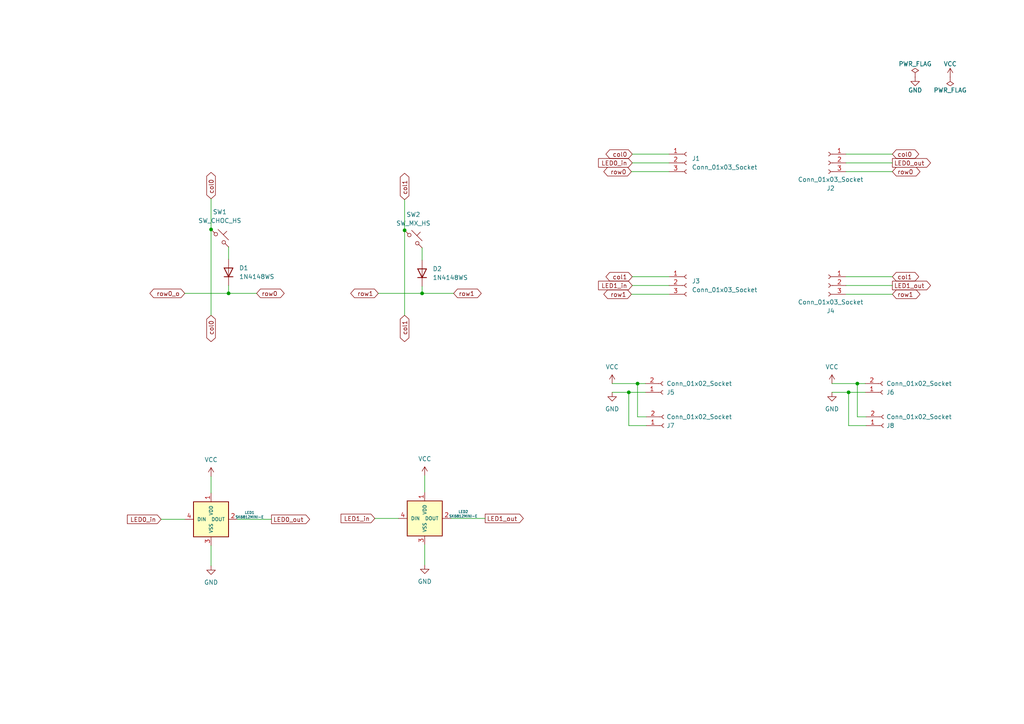
<source format=kicad_sch>
(kicad_sch (version 20231120) (generator "eeschema") (generator_version "8.0")
  (paper "A4")
  (lib_symbols
    (symbol "Connector:Conn_01x02_Socket" (pin_names (offset 1.016) hide)
      (property "Reference" "J" (at 0 2.54 0))
      (property "Value" "Conn_01x02_Socket" (at 0 -5.08 0))
      (symbol "Conn_01x02_Socket_1_1"
        (arc (start 0 -2.032) (mid -0.5058 -2.54) (end 0 -3.048) (stroke (width 0.1524)))
        (polyline (pts (xy -1.27 -2.54) (xy -0.508 -2.54)) (stroke (width 0.1524)))
        (polyline (pts (xy -1.27 0) (xy -0.508 0)) (stroke (width 0.1524)))
        (arc (start 0 0.508) (mid -0.5058 0) (end 0 -0.508) (stroke (width 0.1524)))
        (pin passive line (at -5.08 0 0) (length 3.81) (name "Pin_1") (number "1"))
        (pin passive line (at -5.08 -2.54 0) (length 3.81) (name "Pin_2") (number "2"))
      )
    )
    (symbol "Connector:Conn_01x03_Socket" (pin_names (offset 1.016) hide)
      (property "Reference" "J" (at 0 5.08 0))
      (property "Value" "Conn_01x03_Socket" (at 0 -5.08 0))
      (symbol "Conn_01x03_Socket_1_1"
        (arc (start 0 -2.032) (mid -0.5058 -2.54) (end 0 -3.048) (stroke (width 0.1524)))
        (polyline (pts (xy -1.27 -2.54) (xy -0.508 -2.54)) (stroke (width 0.1524)))
        (polyline (pts (xy -1.27 0) (xy -0.508 0)) (stroke (width 0.1524)))
        (polyline (pts (xy -1.27 2.54) (xy -0.508 2.54)) (stroke (width 0.1524)))
        (arc (start 0 0.508) (mid -0.5058 0) (end 0 -0.508) (stroke (width 0.1524)))
        (arc (start 0 3.048) (mid -0.5058 2.54) (end 0 2.032) (stroke (width 0.1524)))
        (pin passive line (at -5.08 2.54 0) (length 3.81) (name "Pin_1") (number "1"))
        (pin passive line (at -5.08 0 0) (length 3.81) (name "Pin_2") (number "2"))
        (pin passive line (at -5.08 -2.54 0) (length 3.81) (name "Pin_3") (number "3"))
      )
    )
    (symbol "Diode:1N4148WS" (pin_numbers hide) (pin_names hide)
      (property "Reference" "D" (at 0 2.54 0))
      (property "Value" "1N4148WS" (at 0 -2.54 0))
      (symbol "1N4148WS_0_1"
        (polyline (pts (xy -1.27 1.27) (xy -1.27 -1.27)) (stroke (width 0.254)))
        (polyline (pts (xy 1.27 0) (xy -1.27 0)))
        (polyline (pts (xy 1.27 1.27) (xy 1.27 -1.27) (xy -1.27 0) (xy 1.27 1.27)) (stroke (width 0.254)))
      )
      (symbol "1N4148WS_1_1"
        (pin passive line (at -3.81 0 0) (length 2.54) (name "K") (number "1"))
        (pin passive line (at 3.81 0 180) (length 2.54) (name "A") (number "2"))
      )
    )
    (symbol "TB2086_KEYSWITCH:SW_CHOC_HS" (pin_numbers hide) (pin_names (offset 1.016) hide)
      (property "Reference" "SW" (at -6.6802 6.1722 0))
      (property "Value" "SW_CHOC_HS" (at -0.381 4.191 0))
      (symbol "SW_CHOC_HS_0_1"
        (circle (center -1.1684 1.1684) (radius 0.508))
        (polyline (pts (xy -0.508 2.54) (xy 2.54 -0.508)))
        (polyline (pts (xy 1.016 1.016) (xy 2.032 2.032)))
        (polyline (pts (xy -2.54 2.54) (xy -1.524 1.524) (xy -1.524 1.524)))
        (polyline (pts (xy 1.524 -1.524) (xy 2.54 -2.54) (xy 2.54 -2.54) (xy 2.54 -2.54)))
        (circle (center 1.143 -1.1938) (radius 0.508))
        (pin passive line (at -2.54 2.54 0) (length 0) (name "1") (number "1"))
        (pin passive line (at 2.54 -2.54 180) (length 0) (name "2") (number "2"))
      )
    )
    (symbol "TB2086_KEYSWITCH:SW_MX_HS" (pin_numbers hide) (pin_names (offset 1.016) hide)
      (property "Reference" "MX" (at 3.048 1.016 0))
      (property "Value" "SW_MX_HS" (at 0 -3.81 0))
      (symbol "SW_MX_HS_0_1"
        (circle (center -1.1684 1.1684) (radius 0.508))
        (polyline (pts (xy -0.508 2.54) (xy 2.54 -0.508)))
        (polyline (pts (xy 1.016 1.016) (xy 2.032 2.032)))
        (polyline (pts (xy -2.54 2.54) (xy -1.524 1.524) (xy -1.524 1.524)))
        (polyline (pts (xy 1.524 -1.524) (xy 2.54 -2.54) (xy 2.54 -2.54) (xy 2.54 -2.54)))
        (circle (center 1.143 -1.1938) (radius 0.508))
        (pin passive line (at -2.54 2.54 0) (length 0) (name "1") (number "1"))
        (pin passive line (at 2.54 -2.54 180) (length 0) (name "2") (number "2"))
      )
    )
    (symbol "TB2086_LED:SK6812MINI-E" (pin_names (offset 1.016))
      (property "Reference" "LED" (at 2.54 -7.62 0))
      (property "Value" "SK6812MINI-E" (at 6.35 -6.35 0))
      (symbol "SK6812MINI-E_0_1"
        (rectangle (start -5.08 5.08) (end 5.08 -5.08) (stroke (width 0.254)) (fill (type background)))
      )
      (symbol "SK6812MINI-E_1_1"
        (pin power_in line (at 0 7.62 270) (length 2.54) (name "VDD") (number "1"))
        (pin output line (at 7.62 0 180) (length 2.54) (name "DOUT") (number "2"))
        (pin power_in line (at 0 -7.62 90) (length 2.54) (name "VSS") (number "3"))
        (pin input line (at -7.62 0 0) (length 2.54) (name "DIN") (number "4"))
      )
    )
    (symbol "power:GND" (power) (pin_names (offset 0))
      (property "Value" "GND" (at 0 -3.81 0))
      (symbol "GND_0_1"
        (polyline (pts (xy 0 0) (xy 0 -1.27) (xy 1.27 -1.27) (xy 0 -2.54) (xy -1.27 -1.27) (xy 0 -1.27)))
      )
      (symbol "GND_1_1"
        (pin power_in line (at 0 0 270) (length 0) hide (name "GND") (number "1"))
      )
    )
    (symbol "power:PWR_FLAG" (power) (pin_numbers hide) (pin_names (offset 0) hide)
      (property "Value" "PWR_FLAG" (at 0 3.81 0))
      (symbol "PWR_FLAG_0_0"
        (pin power_out line (at 0 0 90) (length 0) (name "pwr") (number "1"))
      )
      (symbol "PWR_FLAG_0_1"
        (polyline (pts (xy 0 0) (xy 0 1.27) (xy -1.016 1.905) (xy 0 2.54) (xy 1.016 1.905) (xy 0 1.27)))
      )
    )
    (symbol "power:VCC" (power) (pin_names (offset 0))
      (property "Value" "VCC" (at 0 3.81 0))
      (symbol "VCC_0_1"
        (polyline (pts (xy -0.762 1.27) (xy 0 2.54)))
        (polyline (pts (xy 0 0) (xy 0 2.54)))
        (polyline (pts (xy 0 2.54) (xy 0.762 1.27)))
      )
      (symbol "VCC_1_1"
        (pin power_in line (at 0 0 90) (length 0) hide (name "VCC") (number "1"))
      )
    )
  )
  (junction (at 122.428 85.09))
  (junction (at 248.666 111.252))
  (junction (at 182.372 113.792))
  (junction (at 117.348 66.802))
  (junction (at 246.126 113.792))
  (junction (at 66.294 85.09))
  (junction (at 61.214 66.548))
  (junction (at 184.912 111.252))
  (wire (pts (xy 109.728 85.09) (xy 122.428 85.09)))
  (wire (pts (xy 241.3 113.792) (xy 246.126 113.792)))
  (wire (pts (xy 245.364 80.264) (xy 258.826 80.264)))
  (wire (pts (xy 122.428 85.09) (xy 131.572 85.09)))
  (wire (pts (xy 248.666 120.904) (xy 248.666 111.252)))
  (wire (pts (xy 123.19 137.922) (xy 123.19 142.748)))
  (wire (pts (xy 241.3 111.252) (xy 248.666 111.252)))
  (wire (pts (xy 184.912 120.904) (xy 184.912 111.252)))
  (wire (pts (xy 177.546 113.792) (xy 182.372 113.792)))
  (wire (pts (xy 184.912 111.252) (xy 187.198 111.252)))
  (wire (pts (xy 117.348 57.912) (xy 117.348 66.802)))
  (wire (pts (xy 46.736 150.622) (xy 53.594 150.622)))
  (wire (pts (xy 122.428 83.058) (xy 122.428 85.09)))
  (wire (pts (xy 182.372 123.444) (xy 182.372 113.792)))
  (wire (pts (xy 66.294 82.804) (xy 66.294 85.09)))
  (wire (pts (xy 245.364 47.244) (xy 258.826 47.244)))
  (wire (pts (xy 123.19 157.988) (xy 123.19 163.83)))
  (wire (pts (xy 117.348 66.802) (xy 117.348 91.44)))
  (wire (pts (xy 122.428 71.882) (xy 122.428 75.438)))
  (wire (pts (xy 66.294 85.09) (xy 74.422 85.09)))
  (wire (pts (xy 187.452 120.904) (xy 184.912 120.904)))
  (wire (pts (xy 245.364 49.784) (xy 258.826 49.784)))
  (wire (pts (xy 183.388 47.244) (xy 194.056 47.244)))
  (wire (pts (xy 245.364 82.804) (xy 258.826 82.804)))
  (wire (pts (xy 66.294 71.628) (xy 66.294 75.184)))
  (wire (pts (xy 187.452 123.444) (xy 182.372 123.444)))
  (wire (pts (xy 183.388 80.264) (xy 194.056 80.264)))
  (wire (pts (xy 61.214 66.548) (xy 61.214 91.44)))
  (wire (pts (xy 61.214 158.242) (xy 61.214 164.084)))
  (wire (pts (xy 246.126 123.444) (xy 246.126 113.792)))
  (wire (pts (xy 183.134 85.344) (xy 194.056 85.344)))
  (wire (pts (xy 245.364 85.344) (xy 258.826 85.344)))
  (wire (pts (xy 182.372 113.792) (xy 187.198 113.792)))
  (wire (pts (xy 245.364 44.704) (xy 258.826 44.704)))
  (wire (pts (xy 183.388 82.804) (xy 194.056 82.804)))
  (wire (pts (xy 183.388 44.704) (xy 194.056 44.704)))
  (wire (pts (xy 108.712 150.368) (xy 115.57 150.368)))
  (wire (pts (xy 61.214 57.658) (xy 61.214 66.548)))
  (wire (pts (xy 251.206 123.444) (xy 246.126 123.444)))
  (wire (pts (xy 53.594 85.09) (xy 66.294 85.09)))
  (wire (pts (xy 251.206 120.904) (xy 248.666 120.904)))
  (wire (pts (xy 177.546 111.252) (xy 184.912 111.252)))
  (wire (pts (xy 246.126 113.792) (xy 250.952 113.792)))
  (wire (pts (xy 130.81 150.368) (xy 140.716 150.368)))
  (wire (pts (xy 68.834 150.622) (xy 78.74 150.622)))
  (wire (pts (xy 61.214 138.176) (xy 61.214 143.002)))
  (wire (pts (xy 248.666 111.252) (xy 250.952 111.252)))
  (wire (pts (xy 183.134 49.784) (xy 194.056 49.784)))
  (global_label "col1" (shape bidirectional) (at 117.348 57.912 90) (property "Intersheetrefs" "${INTERSHEET_REFS}" (effects (hide yes))))
  (global_label "col0" (shape bidirectional) (at 61.214 57.658 90) (property "Intersheetrefs" "${INTERSHEET_REFS}" (effects (hide yes))))
  (global_label "col0" (shape bidirectional) (at 258.826 44.704 0) (property "Intersheetrefs" "${INTERSHEET_REFS}" (effects (hide yes))))
  (global_label "col1" (shape bidirectional) (at 183.388 80.264 180) (property "Intersheetrefs" "${INTERSHEET_REFS}" (effects (hide yes))))
  (global_label "row0" (shape bidirectional) (at 74.422 85.09 0) (property "Intersheetrefs" "${INTERSHEET_REFS}" (effects (hide yes))))
  (global_label "LED1_out" (shape output) (at 258.826 82.804 0) (property "Intersheetrefs" "${INTERSHEET_REFS}" (effects (hide yes))))
  (global_label "col0" (shape bidirectional) (at 183.388 44.704 180) (property "Intersheetrefs" "${INTERSHEET_REFS}" (effects (hide yes))))
  (global_label "col1" (shape bidirectional) (at 258.826 80.264 0) (property "Intersheetrefs" "${INTERSHEET_REFS}" (effects (hide yes))))
  (global_label "col1" (shape bidirectional) (at 117.348 91.44 270) (property "Intersheetrefs" "${INTERSHEET_REFS}" (effects (hide yes))))
  (global_label "LED0_out" (shape output) (at 78.74 150.622 0) (property "Intersheetrefs" "${INTERSHEET_REFS}" (effects (hide yes))))
  (global_label "row0_o" (shape bidirectional) (at 53.594 85.09 180) (property "Intersheetrefs" "${INTERSHEET_REFS}" (effects (hide yes))))
  (global_label "row1" (shape bidirectional) (at 131.572 85.09 0) (property "Intersheetrefs" "${INTERSHEET_REFS}" (effects (hide yes))))
  (global_label "LED1_out" (shape output) (at 140.716 150.368 0) (property "Intersheetrefs" "${INTERSHEET_REFS}" (effects (hide yes))))
  (global_label "row1" (shape bidirectional) (at 109.728 85.09 180) (property "Intersheetrefs" "${INTERSHEET_REFS}" (effects (hide yes))))
  (global_label "LED0_in" (shape input) (at 46.736 150.622 180) (property "Intersheetrefs" "${INTERSHEET_REFS}" (effects (hide yes))))
  (global_label "row1" (shape bidirectional) (at 183.134 85.344 180) (property "Intersheetrefs" "${INTERSHEET_REFS}" (effects (hide yes))))
  (global_label "row0" (shape bidirectional) (at 258.826 49.784 0) (property "Intersheetrefs" "${INTERSHEET_REFS}" (effects (hide yes))))
  (global_label "LED0_out" (shape output) (at 258.826 47.244 0) (property "Intersheetrefs" "${INTERSHEET_REFS}" (effects (hide yes))))
  (global_label "LED1_in" (shape input) (at 183.388 82.804 180) (property "Intersheetrefs" "${INTERSHEET_REFS}" (effects (hide yes))))
  (global_label "row0" (shape bidirectional) (at 183.134 49.784 180) (property "Intersheetrefs" "${INTERSHEET_REFS}" (effects (hide yes))))
  (global_label "col0" (shape bidirectional) (at 61.214 91.44 270) (property "Intersheetrefs" "${INTERSHEET_REFS}" (effects (hide yes))))
  (global_label "LED0_in" (shape input) (at 183.388 47.244 180) (property "Intersheetrefs" "${INTERSHEET_REFS}" (effects (hide yes))))
  (global_label "LED1_in" (shape input) (at 108.712 150.368 180) (property "Intersheetrefs" "${INTERSHEET_REFS}" (effects (hide yes))))
  (global_label "row1" (shape bidirectional) (at 258.826 85.344 0) (property "Intersheetrefs" "${INTERSHEET_REFS}" (effects (hide yes))))
  (symbol (lib_id "power:GND") (at 61.214 164.084 0) (unit 1)
    (property "Reference" "#PWR02" (effects (hide yes)))
    (property "Value" "GND" (at 61.214 168.91 0))
  )
  (symbol (lib_id "TB2086_KEYSWITCH:SW_CHOC_HS") (at 63.754 69.088 0) (unit 1)
    (property "Reference" "SW1" (at 63.754 61.468 0))
    (property "Value" "SW_CHOC_HS" (at 63.754 64.008 0))
    (property "Footprint" "TB2086_KEYSWITCH:SW_choc_v1_v2_HS_1u" (effects (hide yes)))
  )
  (symbol (lib_id "power:GND") (at 123.19 163.83 0) (unit 1)
    (property "Reference" "#PWR04" (effects (hide yes)))
    (property "Value" "GND" (at 123.19 168.656 0))
  )
  (symbol (lib_id "Connector:Conn_01x02_Socket") (at 192.532 123.444 0) (mirror x) (unit 1)
    (property "Reference" "J7" (at 193.294 123.444 0) (effects (justify left)))
    (property "Value" "Conn_01x02_Socket" (at 193.294 120.904 0) (effects (justify left)))
    (property "Footprint" "Connector_PinSocket_2.00mm:PinSocket_1x02_P2.00mm_Vertical" (effects (hide yes)))
  )
  (symbol (lib_id "Connector:Conn_01x03_Socket") (at 240.284 82.804 0) (mirror y) (unit 1)
    (property "Reference" "J4" (at 240.919 90.17 0))
    (property "Value" "Conn_01x03_Socket" (at 240.919 87.63 0))
    (property "Footprint" "Connector_PinHeader_2.00mm:PinHeader_1x03_P2.00mm_Vertical" (effects (hide yes)))
  )
  (symbol (lib_id "power:VCC") (at 177.546 111.252 0) (unit 1)
    (property "Reference" "#PWR07" (effects (hide yes)))
    (property "Value" "VCC" (at 177.546 106.426 0))
  )
  (symbol (lib_id "TB2086_LED:SK6812MINI-E") (at 61.214 150.622 0) (unit 1)
    (property "Reference" "LED1" (at 72.39 148.6869 0) (effects (font (size 0.7366 0.7366))))
    (property "Value" "SK6812MINI-E" (at 72.39 149.9569 0) (effects (font (size 0.7366 0.7366))))
    (property "Footprint" "TB2086_LED:LED_SW_SK6812-E-rot" (effects (hide yes)))
  )
  (symbol (lib_id "power:PWR_FLAG") (at 275.59 22.352 180) (unit 1)
    (property "Reference" "#FLG02" (effects (hide yes)))
    (property "Value" "PWR_FLAG" (at 275.59 26.162 0))
  )
  (symbol (lib_id "power:VCC") (at 123.19 137.922 0) (unit 1)
    (property "Reference" "#PWR03" (effects (hide yes)))
    (property "Value" "VCC" (at 123.19 133.096 0))
  )
  (symbol (lib_id "power:GND") (at 177.546 113.792 0) (unit 1)
    (property "Reference" "#PWR08" (effects (hide yes)))
    (property "Value" "GND" (at 177.546 118.618 0))
  )
  (symbol (lib_id "Connector:Conn_01x02_Socket") (at 256.032 113.792 0) (mirror x) (unit 1)
    (property "Reference" "J6" (at 257.048 113.792 0) (effects (justify left)))
    (property "Value" "Conn_01x02_Socket" (at 257.048 111.252 0) (effects (justify left)))
    (property "Footprint" "Connector_PinSocket_2.00mm:PinSocket_1x02_P2.00mm_Vertical" (effects (hide yes)))
  )
  (symbol (lib_id "Connector:Conn_01x02_Socket") (at 256.286 123.444 0) (mirror x) (unit 1)
    (property "Reference" "J8" (at 257.048 123.444 0) (effects (justify left)))
    (property "Value" "Conn_01x02_Socket" (at 257.048 120.904 0) (effects (justify left)))
    (property "Footprint" "Connector_PinSocket_2.00mm:PinSocket_1x02_P2.00mm_Vertical" (effects (hide yes)))
  )
  (symbol (lib_id "Connector:Conn_01x03_Socket") (at 199.136 47.244 0) (unit 1)
    (property "Reference" "J1" (at 200.66 45.974 0) (effects (justify left)))
    (property "Value" "Conn_01x03_Socket" (at 200.66 48.514 0) (effects (justify left)))
    (property "Footprint" "Connector_PinHeader_2.00mm:PinHeader_1x03_P2.00mm_Vertical" (effects (hide yes)))
  )
  (symbol (lib_id "power:GND") (at 265.43 22.352 0) (unit 1)
    (property "Reference" "#PWR05" (effects (hide yes)))
    (property "Value" "GND" (at 265.43 26.162 0))
  )
  (symbol (lib_id "TB2086_KEYSWITCH:SW_MX_HS") (at 119.888 69.342 0) (unit 1)
    (property "Reference" "SW2" (at 119.888 62.23 0))
    (property "Value" "SW_MX_HS" (at 119.888 64.77 0))
    (property "Footprint" "TB2086_KEYSWITCH:SW_MX_HS_1u" (effects (hide yes)))
  )
  (symbol (lib_id "power:VCC") (at 241.3 111.252 0) (unit 1)
    (property "Reference" "#PWR09" (effects (hide yes)))
    (property "Value" "VCC" (at 241.3 106.426 0))
  )
  (symbol (lib_id "Connector:Conn_01x02_Socket") (at 192.278 113.792 0) (mirror x) (unit 1)
    (property "Reference" "J5" (at 193.294 113.792 0) (effects (justify left)))
    (property "Value" "Conn_01x02_Socket" (at 193.294 111.252 0) (effects (justify left)))
    (property "Footprint" "Connector_PinSocket_2.00mm:PinSocket_1x02_P2.00mm_Vertical" (effects (hide yes)))
  )
  (symbol (lib_id "Diode:1N4148WS") (at 122.428 79.248 90) (unit 1)
    (property "Reference" "D2" (at 125.476 77.978 90) (effects (justify right)))
    (property "Value" "1N4148WS" (at 125.476 80.518 90) (effects (justify right)))
    (property "Footprint" "TB2086_SMD:D3_SMD" (effects (hide yes)))
    (property "Datasheet" "https://www.vishay.com/docs/85751/1n4148ws.pdf" (effects (hide yes)))
    (property "Sim.Device" "D" (effects (hide yes)))
    (property "Sim.Pins" "1=K 2=A" (effects (hide yes)))
  )
  (symbol (lib_id "power:VCC") (at 275.59 22.352 0) (unit 1)
    (property "Reference" "#PWR06" (effects (hide yes)))
    (property "Value" "VCC" (at 275.59 18.542 0))
  )
  (symbol (lib_id "Connector:Conn_01x03_Socket") (at 199.136 82.804 0) (unit 1)
    (property "Reference" "J3" (at 200.66 81.534 0) (effects (justify left)))
    (property "Value" "Conn_01x03_Socket" (at 200.66 84.074 0) (effects (justify left)))
    (property "Footprint" "Connector_PinHeader_2.00mm:PinHeader_1x03_P2.00mm_Vertical" (effects (hide yes)))
  )
  (symbol (lib_id "power:GND") (at 241.3 113.792 0) (unit 1)
    (property "Reference" "#PWR010" (effects (hide yes)))
    (property "Value" "GND" (at 241.3 118.618 0))
  )
  (symbol (lib_id "TB2086_LED:SK6812MINI-E") (at 123.19 150.368 0) (unit 1)
    (property "Reference" "LED2" (at 134.366 148.4329 0) (effects (font (size 0.7366 0.7366))))
    (property "Value" "SK6812MINI-E" (at 134.366 149.7029 0) (effects (font (size 0.7366 0.7366))))
    (property "Footprint" "TB2086_LED:LED_SW_SK6812-E-rot" (effects (hide yes)))
  )
  (symbol (lib_id "power:PWR_FLAG") (at 265.43 22.352 0) (unit 1)
    (property "Reference" "#FLG01" (effects (hide yes)))
    (property "Value" "PWR_FLAG" (at 265.43 18.542 0))
  )
  (symbol (lib_id "Diode:1N4148WS") (at 66.294 78.994 90) (unit 1)
    (property "Reference" "D1" (at 69.342 77.724 90) (effects (justify right)))
    (property "Value" "1N4148WS" (at 69.342 80.264 90) (effects (justify right)))
    (property "Footprint" "TB2086_SMD:D3_SMD" (effects (hide yes)))
    (property "Datasheet" "https://www.vishay.com/docs/85751/1n4148ws.pdf" (effects (hide yes)))
    (property "Sim.Device" "D" (effects (hide yes)))
    (property "Sim.Pins" "1=K 2=A" (effects (hide yes)))
  )
  (symbol (lib_id "power:VCC") (at 61.214 138.176 0) (unit 1)
    (property "Reference" "#PWR01" (effects (hide yes)))
    (property "Value" "VCC" (at 61.214 133.35 0))
  )
  (symbol (lib_id "Connector:Conn_01x03_Socket") (at 240.284 47.244 0) (mirror y) (unit 1)
    (property "Reference" "J2" (at 240.919 54.61 0))
    (property "Value" "Conn_01x03_Socket" (at 240.919 52.07 0))
    (property "Footprint" "Connector_PinHeader_2.00mm:PinHeader_1x03_P2.00mm_Vertical" (effects (hide yes)))
  )
)
</source>
